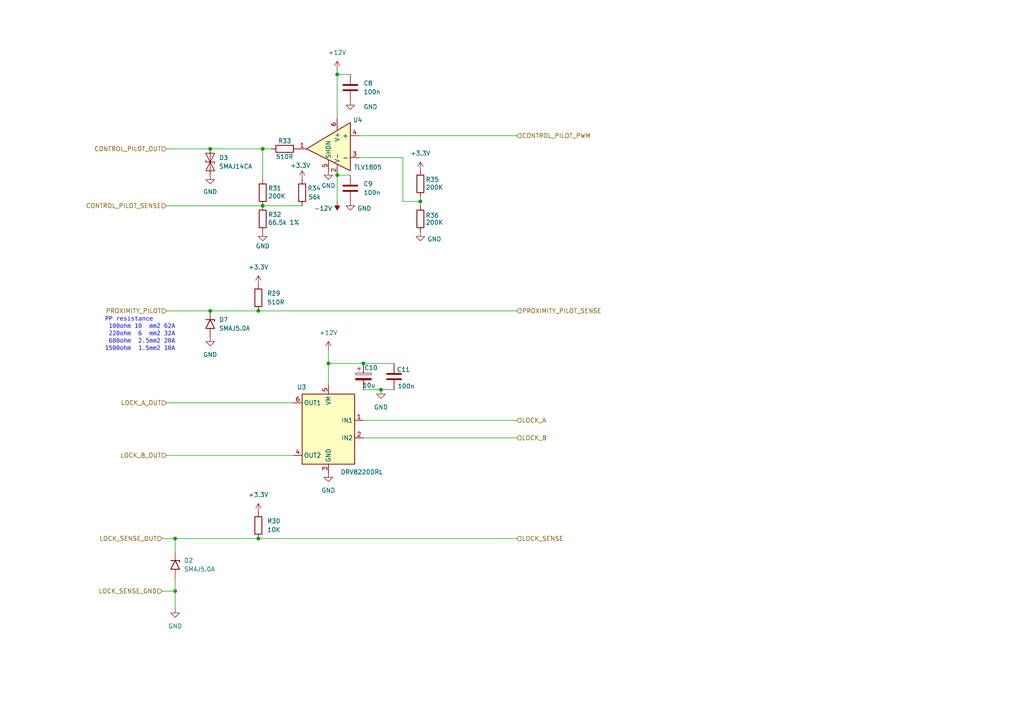
<source format=kicad_sch>
(kicad_sch (version 20231120) (generator "eeschema") (generator_version "8.0")
  (paper "A4")
  (title_block (title "BlueEVSE") (date "2024-07-14") (rev "V2") (company "Blue Dot d.o.o.") (comment 1 "Lovro Oreskovic"))
  (lib_symbols
    (symbol "Device:C" (pin_numbers hide) (pin_names (offset 0.254))
      (property "Reference" "C" (at 0.635 2.54 0))
      (property "Value" "C" (at 0.635 -2.54 0))
      (symbol "C_0_1"
        (polyline (pts (xy -2.032 -0.762) (xy 2.032 -0.762)) (stroke (width 0.508)))
        (polyline (pts (xy -2.032 0.762) (xy 2.032 0.762)) (stroke (width 0.508)))
      )
      (symbol "C_1_1"
        (pin passive line (at 0 3.81 270) (length 2.794) (name "~") (number "1"))
        (pin passive line (at 0 -3.81 90) (length 2.794) (name "~") (number "2"))
      )
    )
    (symbol "Device:C_Polarized" (pin_numbers hide) (pin_names (offset 0.254))
      (property "Reference" "C" (at 0.635 2.54 0))
      (property "Value" "C_Polarized" (at 0.635 -2.54 0))
      (symbol "C_Polarized_0_1"
        (rectangle (start -2.286 0.508) (end 2.286 1.016))
        (polyline (pts (xy -1.778 2.286) (xy -0.762 2.286)))
        (polyline (pts (xy -1.27 2.794) (xy -1.27 1.778)))
        (rectangle (start 2.286 -0.508) (end -2.286 -1.016) (fill (type outline)))
      )
      (symbol "C_Polarized_1_1"
        (pin passive line (at 0 3.81 270) (length 2.794) (name "~") (number "1"))
        (pin passive line (at 0 -3.81 90) (length 2.794) (name "~") (number "2"))
      )
    )
    (symbol "Device:R" (pin_numbers hide) (pin_names (offset 0))
      (property "Reference" "R" (at 2.032 0 90))
      (property "Value" "R" (at 0 0 90))
      (symbol "R_0_1"
        (rectangle (start -1.016 -2.54) (end 1.016 2.54) (stroke (width 0.254)))
      )
      (symbol "R_1_1"
        (pin passive line (at 0 3.81 270) (length 1.27) (name "~") (number "1"))
        (pin passive line (at 0 -3.81 90) (length 1.27) (name "~") (number "2"))
      )
    )
    (symbol "Diode:SMAJ14CA" (pin_numbers hide) (pin_names (offset 1.016) hide)
      (property "Reference" "D" (at 0 2.54 0))
      (property "Value" "SMAJ14CA" (at 0 -2.54 0))
      (symbol "SMAJ14CA_0_1"
        (polyline (pts (xy 1.27 0) (xy -1.27 0)))
        (polyline (pts (xy -2.54 -1.27) (xy 0 0) (xy -2.54 1.27) (xy -2.54 -1.27)) (stroke (width 0.2032)))
        (polyline (pts (xy 0.508 1.27) (xy 0 1.27) (xy 0 -1.27) (xy -0.508 -1.27)) (stroke (width 0.2032)))
        (polyline (pts (xy 2.54 1.27) (xy 2.54 -1.27) (xy 0 0) (xy 2.54 1.27)) (stroke (width 0.2032)))
      )
      (symbol "SMAJ14CA_1_1"
        (pin passive line (at -3.81 0 0) (length 2.54) (name "A1") (number "1"))
        (pin passive line (at 3.81 0 180) (length 2.54) (name "A2") (number "2"))
      )
    )
    (symbol "Diode:SMAJ5.0A" (pin_numbers hide) (pin_names (offset 1.016) hide)
      (property "Reference" "D" (at 0 2.54 0))
      (property "Value" "SMAJ5.0A" (at 0 -2.54 0))
      (symbol "SMAJ5.0A_0_1"
        (polyline (pts (xy -0.762 1.27) (xy -1.27 1.27) (xy -1.27 -1.27)) (stroke (width 0.254)))
        (polyline (pts (xy 1.27 1.27) (xy 1.27 -1.27) (xy -1.27 0) (xy 1.27 1.27)) (stroke (width 0.254)))
      )
      (symbol "SMAJ5.0A_1_1"
        (pin passive line (at -3.81 0 0) (length 2.54) (name "A1") (number "1"))
        (pin passive line (at 3.81 0 180) (length 2.54) (name "A2") (number "2"))
      )
    )
    (symbol "multi_new:DRV8220DRL"
      (property "Reference" "U" (at -8.89 12.7 0))
      (property "Value" "DRV8220DRL" (at 7.62 -12.7 0))
      (symbol "DRV8220DRL_0_1"
        (rectangle (start -7.62 10.16) (end 7.62 -10.16) (stroke (width 0.254)) (fill (type background)))
      )
      (symbol "DRV8220DRL_1_1"
        (pin input line (at -10.16 2.54 0) (length 2.54) (name "IN1") (number "1"))
        (pin input line (at -10.16 -2.54 0) (length 2.54) (name "IN2") (number "2"))
        (pin power_in line (at 0 -12.7 90) (length 2.54) (name "GND") (number "3"))
        (pin output line (at 10.16 -7.62 180) (length 2.54) (name "OUT2") (number "4"))
        (pin power_in line (at 0 12.7 270) (length 2.54) (name "VM") (number "5"))
        (pin output line (at 10.16 7.62 180) (length 2.54) (name "OUT1") (number "6"))
      )
    )
    (symbol "multi_new:TLV1805"
      (property "Reference" "U" (at 7.62 3.81 0))
      (property "Value" "TLV1805" (at 12.7 -3.81 0))
      (symbol "TLV1805_0_1"
        (polyline (pts (xy -3.81 7.62) (xy -3.81 -6.35) (xy 8.89 0) (xy -3.81 7.62)) (stroke (width 0.254)) (fill (type background)))
      )
      (symbol "TLV1805_1_1"
        (pin output line (at 11.43 0 180) (length 2.54) (name "~") (number "1"))
        (pin power_in line (at 0 -7.62 90) (length 3) (name "V-") (number "2"))
        (pin input line (at -6.35 -2.54 0) (length 2.54) (name "-") (number "3"))
        (pin input line (at -6.35 3.81 0) (length 2.54) (name "+") (number "4"))
        (pin input line (at 2.54 -6.35 90) (length 3) (name "SHDN") (number "5"))
        (pin power_in line (at 0 8.89 270) (length 3.5) (name "V+") (number "6"))
      )
    )
    (symbol "power:+12V" (power) (pin_numbers hide) (pin_names (offset 0) hide)
      (property "Value" "+12V" (at 0 3.556 0))
      (symbol "+12V_0_1"
        (polyline (pts (xy -0.762 1.27) (xy 0 2.54)))
        (polyline (pts (xy 0 0) (xy 0 2.54)))
        (polyline (pts (xy 0 2.54) (xy 0.762 1.27)))
      )
      (symbol "+12V_1_1"
        (pin power_in line (at 0 0 90) (length 0) (name "~") (number "1"))
      )
    )
    (symbol "power:+3.3V" (power) (pin_numbers hide) (pin_names (offset 0) hide)
      (property "Value" "+3.3V" (at 0 3.556 0))
      (symbol "+3.3V_0_1"
        (polyline (pts (xy -0.762 1.27) (xy 0 2.54)))
        (polyline (pts (xy 0 0) (xy 0 2.54)))
        (polyline (pts (xy 0 2.54) (xy 0.762 1.27)))
      )
      (symbol "+3.3V_1_1"
        (pin power_in line (at 0 0 90) (length 0) (name "~") (number "1"))
      )
    )
    (symbol "power:-12V" (power) (pin_numbers hide) (pin_names (offset 0) hide)
      (property "Value" "-12V" (at 0 3.556 0))
      (symbol "-12V_0_0"
        (pin power_in line (at 0 0 90) (length 0) (name "~") (number "1"))
      )
      (symbol "-12V_0_1"
        (polyline (pts (xy 0 0) (xy 0 1.27) (xy 0.762 1.27) (xy 0 2.54) (xy -0.762 1.27) (xy 0 1.27)) (fill (type outline)))
      )
    )
    (symbol "power:GND" (power) (pin_numbers hide) (pin_names (offset 0) hide)
      (property "Value" "GND" (at 0 -3.81 0))
      (symbol "GND_0_1"
        (polyline (pts (xy 0 0) (xy 0 -1.27) (xy 1.27 -1.27) (xy 0 -2.54) (xy -1.27 -1.27) (xy 0 -1.27)))
      )
      (symbol "GND_1_1"
        (pin power_in line (at 0 0 270) (length 0) (name "~") (number "1"))
      )
    )
  )
  (junction (at 50.8 156.21))
  (junction (at 76.2 59.69))
  (junction (at 110.49 113.03))
  (junction (at 121.92 58.42))
  (junction (at 74.93 156.21))
  (junction (at 74.93 90.17))
  (junction (at 76.2 43.18))
  (junction (at 60.96 90.17))
  (junction (at 50.8 171.45))
  (junction (at 97.79 21.59))
  (junction (at 97.79 50.8))
  (junction (at 95.25 105.41))
  (junction (at 60.96 43.18))
  (junction (at 105.41 105.41))
  (wire (pts (xy 121.92 58.42) (xy 121.92 57.15)))
  (wire (pts (xy 95.25 105.41) (xy 105.41 105.41)))
  (wire (pts (xy 46.99 171.45) (xy 50.8 171.45)))
  (wire (pts (xy 50.8 171.45) (xy 50.8 176.53)))
  (wire (pts (xy 116.84 58.42) (xy 121.92 58.42)))
  (wire (pts (xy 48.26 43.18) (xy 60.96 43.18)))
  (wire (pts (xy 50.8 156.21) (xy 74.93 156.21)))
  (wire (pts (xy 149.86 121.92) (xy 105.41 121.92)))
  (wire (pts (xy 121.92 58.42) (xy 121.92 59.69)))
  (wire (pts (xy 97.79 21.59) (xy 97.79 34.29)))
  (wire (pts (xy 149.86 39.37) (xy 104.14 39.37)))
  (wire (pts (xy 101.6 50.8) (xy 97.79 50.8)))
  (wire (pts (xy 46.99 156.21) (xy 50.8 156.21)))
  (wire (pts (xy 101.6 21.59) (xy 97.79 21.59)))
  (wire (pts (xy 116.84 58.42) (xy 116.84 45.72)))
  (wire (pts (xy 105.41 113.03) (xy 110.49 113.03)))
  (wire (pts (xy 50.8 156.21) (xy 50.8 160.02)))
  (wire (pts (xy 78.74 43.18) (xy 76.2 43.18)))
  (wire (pts (xy 105.41 105.41) (xy 114.3 105.41)))
  (wire (pts (xy 50.8 167.64) (xy 50.8 171.45)))
  (wire (pts (xy 97.79 50.8) (xy 97.79 58.42)))
  (wire (pts (xy 74.93 156.21) (xy 149.86 156.21)))
  (wire (pts (xy 95.25 101.6) (xy 95.25 105.41)))
  (wire (pts (xy 48.26 116.84) (xy 85.09 116.84)))
  (wire (pts (xy 60.96 90.17) (xy 74.93 90.17)))
  (wire (pts (xy 87.63 59.69) (xy 76.2 59.69)))
  (wire (pts (xy 48.26 90.17) (xy 60.96 90.17)))
  (wire (pts (xy 76.2 43.18) (xy 76.2 52.07)))
  (wire (pts (xy 149.86 127) (xy 105.41 127)))
  (wire (pts (xy 74.93 90.17) (xy 149.86 90.17)))
  (wire (pts (xy 48.26 132.08) (xy 85.09 132.08)))
  (wire (pts (xy 116.84 45.72) (xy 104.14 45.72)))
  (wire (pts (xy 95.25 105.41) (xy 95.25 111.76)))
  (wire (pts (xy 48.26 59.69) (xy 76.2 59.69)))
  (wire (pts (xy 97.79 20.32) (xy 97.79 21.59)))
  (wire (pts (xy 110.49 113.03) (xy 114.3 113.03)))
  (wire (pts (xy 60.96 43.18) (xy 76.2 43.18)))
  (text "PP resistance \n 100ohm 10  mm2 62A\n 220ohm  6  mm2 32A\n 680ohm  2.5mm2 20A\n1500ohm  1.5mm2 10A\n" (at 30.48 97.282 0) (effects (font (size 1.27 1.27)) (justify left)))
  (hierarchical_label "LOCK_SENSE_OUT" (shape input) (at 46.99 156.21 180))
  (hierarchical_label "CONTROL_PILOT_OUT" (shape input) (at 48.26 43.18 180))
  (hierarchical_label "PROXIMITY_PILOT" (shape input) (at 48.26 90.17 180))
  (hierarchical_label "CONTROL_PILOT_PWM" (shape input) (at 149.86 39.37 0))
  (hierarchical_label "LOCK_B_OUT" (shape input) (at 48.26 132.08 180))
  (hierarchical_label "LOCK_A" (shape input) (at 149.86 121.92 0))
  (hierarchical_label "LOCK_SENSE" (shape input) (at 149.86 156.21 0))
  (hierarchical_label "LOCK_SENSE_GND" (shape input) (at 46.99 171.45 180))
  (hierarchical_label "CONTROL_PILOT_SENSE" (shape input) (at 48.26 59.69 180))
  (hierarchical_label "PROXIMITY_PILOT_SENSE" (shape input) (at 149.86 90.17 0))
  (hierarchical_label "LOCK_B" (shape input) (at 149.86 127 0))
  (hierarchical_label "LOCK_A_OUT" (shape input) (at 48.26 116.84 180))
  (symbol (lib_id "multi_new:DRV8220DRL") (at 95.25 124.46 0) (mirror y) (unit 1)
    (property "Reference" "U3" (at 86.106 112.268 0) (effects (justify right)))
    (property "Value" "DRV8220DRL" (at 98.806 136.906 0) (effects (justify right)))
    (property "Footprint" "Package_TO_SOT_SMD:SOT-563" (effects (hide yes)))
    (property "Description" "DRV8220 18-V H-Bridge Motor Driver with PWM, PH/EN, and Half-Bridge Control Interfaces" (effects (hide yes)))
    (property "LCSC" "C3681351" (effects (hide yes)))
  )
  (symbol (lib_id "power:GND") (at 101.6 29.21 0) (unit 1)
    (property "Reference" "#PWR046" (effects (hide yes)))
    (property "Value" "GND" (at 107.442 30.988 0))
    (property "Description" "Power symbol creates a global label with name \"GND\" , ground" (effects (hide yes)))
  )
  (symbol (lib_id "power:GND") (at 121.92 67.31 0) (unit 1)
    (property "Reference" "#PWR050" (effects (hide yes)))
    (property "Value" "GND" (at 125.984 69.342 0))
    (property "Description" "Power symbol creates a global label with name \"GND\" , ground" (effects (hide yes)))
  )
  (symbol (lib_id "power:+12V") (at 95.25 101.6 0) (unit 1)
    (property "Reference" "#PWR042" (effects (hide yes)))
    (property "Value" "+12V" (at 95.25 96.52 0))
    (property "Description" "Power symbol creates a global label with name \"+12V\"" (effects (hide yes)))
  )
  (symbol (lib_id "Device:R") (at 74.93 152.4 0) (unit 1)
    (property "Reference" "R30" (at 77.47 151.1299 0) (effects (justify left)))
    (property "Value" "10K" (at 77.47 153.6699 0) (effects (justify left)))
    (property "Footprint" "Resistor_SMD:R_0603_1608Metric" (effects (hide yes)))
    (property "Description" "Resistor" (effects (hide yes)))
    (property "LCSC" "C25804" (effects (hide yes)))
  )
  (symbol (lib_id "power:GND") (at 110.49 113.03 0) (unit 1)
    (property "Reference" "#PWR048" (effects (hide yes)))
    (property "Value" "GND" (at 110.49 118.11 0))
    (property "Description" "Power symbol creates a global label with name \"GND\" , ground" (effects (hide yes)))
  )
  (symbol (lib_id "Device:R") (at 87.63 55.88 180) (unit 1)
    (property "Reference" "R34" (at 89.154 54.61 0) (effects (justify right)))
    (property "Value" "56k" (at 89.408 57.15 0) (effects (justify right)))
    (property "Footprint" "Resistor_SMD:R_0603_1608Metric" (effects (hide yes)))
    (property "Description" "Resistor" (effects (hide yes)))
    (property "LCSC" "C5250755" (effects (hide yes)))
  )
  (symbol (lib_id "power:-12V") (at 97.79 58.42 180) (unit 1)
    (property "Reference" "#PWR045" (effects (hide yes)))
    (property "Value" "-12V" (at 93.726 60.452 0))
    (property "Description" "Power symbol creates a global label with name \"-12V\"" (effects (hide yes)))
  )
  (symbol (lib_id "Device:R") (at 82.55 43.18 90) (unit 1)
    (property "Reference" "R33" (at 82.55 40.894 90))
    (property "Value" "510R" (at 82.55 45.466 90))
    (property "Footprint" "Resistor_SMD:R_0603_1608Metric" (effects (hide yes)))
    (property "Description" "Resistor" (effects (hide yes)))
    (property "LCSC" "C23193" (effects (hide yes)))
  )
  (symbol (lib_id "Diode:SMAJ14CA") (at 60.96 46.99 90) (unit 1)
    (property "Reference" "D3" (at 63.5 45.7199 90) (effects (justify right)))
    (property "Value" "SMAJ14CA" (at 63.5 48.2599 90) (effects (justify right)))
    (property "Footprint" "Diode_SMD:D_SMA" (effects (hide yes)))
    (property "Datasheet" "https://www.littelfuse.com/media?resourcetype=datasheets&itemid=75e32973-b177-4ee3-a0ff-cedaf1abdb93&filename=smaj-datasheet" (effects (hide yes)))
    (property "Description" "400W bidirectional Transient Voltage Suppressor, 14.0Vr, SMA(DO-214AC)" (effects (hide yes)))
    (property "LCSC" "C908820" (effects (hide yes)))
  )
  (symbol (lib_id "power:+3.3V") (at 121.92 49.53 0) (unit 1)
    (property "Reference" "#PWR049" (effects (hide yes)))
    (property "Value" "+3.3V" (at 121.92 44.45 0))
    (property "Description" "Power symbol creates a global label with name \"+3.3V\"" (effects (hide yes)))
  )
  (symbol (lib_id "multi_new:TLV1805") (at 97.79 43.18 0) (mirror y) (unit 1)
    (property "Reference" "U4" (at 102.362 34.798 0) (effects (justify right)))
    (property "Value" "TLV1805" (at 102.616 48.514 0) (effects (justify right)))
    (property "Footprint" "multi_new:SOT-23-6_L2.9-W1.6-P0.95-LS2.8-BR" (effects (hide yes)))
    (property "Description" "High voltage comparator with push-pull output and shutdown" (effects (hide yes)))
    (property "LCSC" "C2862164" (effects (hide yes)))
  )
  (symbol (lib_id "power:GND") (at 95.25 49.53 0) (unit 1)
    (property "Reference" "#PWR041" (effects (hide yes)))
    (property "Value" "GND" (at 95.25 53.848 0))
    (property "Description" "Power symbol creates a global label with name \"GND\" , ground" (effects (hide yes)))
  )
  (symbol (lib_id "power:GND") (at 76.2 67.31 0) (unit 1)
    (property "Reference" "#PWR039" (effects (hide yes)))
    (property "Value" "GND" (at 76.2 71.374 0))
    (property "Description" "Power symbol creates a global label with name \"GND\" , ground" (effects (hide yes)))
  )
  (symbol (lib_id "power:GND") (at 101.6 58.42 0) (unit 1)
    (property "Reference" "#PWR047" (effects (hide yes)))
    (property "Value" "GND" (at 105.664 60.452 0))
    (property "Description" "Power symbol creates a global label with name \"GND\" , ground" (effects (hide yes)))
  )
  (symbol (lib_id "Device:C_Polarized") (at 105.41 109.22 0) (unit 1)
    (property "Reference" "C10" (at 105.664 106.68 0) (effects (justify left)))
    (property "Value" "10u" (at 105.156 111.76 0) (effects (justify left)))
    (property "Footprint" "Capacitor_SMD:CP_Elec_4x5.4" (effects (hide yes)))
    (property "Description" "Polarized capacitor" (effects (hide yes)))
    (property "LCSC" "C72485" (effects (hide yes)))
  )
  (symbol (lib_id "power:+3.3V") (at 74.93 148.59 0) (unit 1)
    (property "Reference" "#PWR038" (effects (hide yes)))
    (property "Value" "+3.3V" (at 74.93 143.51 0))
    (property "Description" "Power symbol creates a global label with name \"+3.3V\"" (effects (hide yes)))
  )
  (symbol (lib_id "power:+12V") (at 97.79 20.32 0) (unit 1)
    (property "Reference" "#PWR044" (effects (hide yes)))
    (property "Value" "+12V" (at 97.79 15.24 0))
    (property "Description" "Power symbol creates a global label with name \"+12V\"" (effects (hide yes)))
  )
  (symbol (lib_id "power:GND") (at 95.25 137.16 0) (unit 1)
    (property "Reference" "#PWR043" (effects (hide yes)))
    (property "Value" "GND" (at 95.25 142.24 0))
    (property "Description" "Power symbol creates a global label with name \"GND\" , ground" (effects (hide yes)))
  )
  (symbol (lib_id "Diode:SMAJ5.0A") (at 50.8 163.83 270) (unit 1)
    (property "Reference" "D2" (at 53.34 162.5599 90) (effects (justify left)))
    (property "Value" "SMAJ5.0A" (at 53.34 165.0999 90) (effects (justify left)))
    (property "Footprint" "Diode_SMD:D_SMA" (effects (hide yes)))
    (property "Datasheet" "https://www.littelfuse.com/media?resourcetype=datasheets&itemid=75e32973-b177-4ee3-a0ff-cedaf1abdb93&filename=smaj-datasheet" (effects (hide yes)))
    (property "Description" "400W unidirectional Transient Voltage Suppressor, 5.0Vr, SMA(DO-214AC)" (effects (hide yes)))
    (property "LCSC" "C7473307" (effects (hide yes)))
  )
  (symbol (lib_id "Device:R") (at 121.92 53.34 0) (unit 1)
    (property "Reference" "R35" (at 123.444 52.07 0) (effects (justify left)))
    (property "Value" "200K" (at 123.444 54.356 0) (effects (justify left)))
    (property "Footprint" "Resistor_SMD:R_0603_1608Metric" (effects (hide yes)))
    (property "Description" "Resistor" (effects (hide yes)))
    (property "LCSC" "C2989567" (effects (hide yes)))
  )
  (symbol (lib_id "power:GND") (at 60.96 97.79 0) (unit 1)
    (property "Reference" "#PWR063" (effects (hide yes)))
    (property "Value" "GND" (at 60.96 102.87 0))
    (property "Description" "Power symbol creates a global label with name \"GND\" , ground" (effects (hide yes)))
  )
  (symbol (lib_id "Device:R") (at 76.2 63.5 180) (unit 1)
    (property "Reference" "R32" (at 77.724 62.23 0) (effects (justify right)))
    (property "Value" "66.5k 1%" (at 77.724 64.516 0) (effects (justify right)))
    (property "Footprint" "Resistor_SMD:R_0603_1608Metric" (effects (hide yes)))
    (property "Description" "Resistor" (effects (hide yes)))
    (property "LCSC" "C861515" (effects (hide yes)))
  )
  (symbol (lib_id "power:+3.3V") (at 74.93 82.55 0) (unit 1)
    (property "Reference" "#PWR037" (effects (hide yes)))
    (property "Value" "+3.3V" (at 74.93 77.47 0))
    (property "Description" "Power symbol creates a global label with name \"+3.3V\"" (effects (hide yes)))
  )
  (symbol (lib_id "Device:R") (at 121.92 63.5 0) (unit 1)
    (property "Reference" "R36" (at 123.444 62.484 0) (effects (justify left)))
    (property "Value" "200K" (at 123.444 64.516 0) (effects (justify left)))
    (property "Footprint" "Resistor_SMD:R_0603_1608Metric" (effects (hide yes)))
    (property "Description" "Resistor" (effects (hide yes)))
    (property "LCSC" "C2989567" (effects (hide yes)))
  )
  (symbol (lib_id "power:+3.3V") (at 87.63 52.07 0) (unit 1)
    (property "Reference" "#PWR040" (effects (hide yes)))
    (property "Value" "+3.3V" (at 87.122 48.006 0))
    (property "Description" "Power symbol creates a global label with name \"+3.3V\"" (effects (hide yes)))
  )
  (symbol (lib_id "power:GND") (at 60.96 50.8 0) (unit 1)
    (property "Reference" "#PWR036" (effects (hide yes)))
    (property "Value" "GND" (at 60.96 55.626 0))
    (property "Description" "Power symbol creates a global label with name \"GND\" , ground" (effects (hide yes)))
  )
  (symbol (lib_id "Device:C") (at 101.6 54.61 0) (unit 1)
    (property "Reference" "C9" (at 105.41 53.3399 0) (effects (justify left)))
    (property "Value" "100n" (at 105.41 55.8799 0) (effects (justify left)))
    (property "Footprint" "Capacitor_SMD:C_0805_2012Metric" (effects (hide yes)))
    (property "Description" "Unpolarized capacitor" (effects (hide yes)))
    (property "LCSC" "C327162" (effects (hide yes)))
  )
  (symbol (lib_id "Device:C") (at 101.6 25.4 0) (unit 1)
    (property "Reference" "C8" (at 105.41 24.1299 0) (effects (justify left)))
    (property "Value" "100n" (at 105.41 26.6699 0) (effects (justify left)))
    (property "Footprint" "Capacitor_SMD:C_0805_2012Metric" (effects (hide yes)))
    (property "Description" "Unpolarized capacitor" (effects (hide yes)))
    (property "LCSC" "C327162" (effects (hide yes)))
  )
  (symbol (lib_id "Device:R") (at 74.93 86.36 0) (unit 1)
    (property "Reference" "R29" (at 77.47 85.0899 0) (effects (justify left)))
    (property "Value" "510R" (at 77.47 87.6299 0) (effects (justify left)))
    (property "Footprint" "Resistor_SMD:R_0603_1608Metric" (effects (hide yes)))
    (property "Description" "Resistor" (effects (hide yes)))
    (property "LCSC" "C23193" (effects (hide yes)))
  )
  (symbol (lib_id "Diode:SMAJ5.0A") (at 60.96 93.98 270) (unit 1)
    (property "Reference" "D7" (at 63.5 92.7099 90) (effects (justify left)))
    (property "Value" "SMAJ5.0A" (at 63.5 95.2499 90) (effects (justify left)))
    (property "Footprint" "Diode_SMD:D_SMA" (effects (hide yes)))
    (property "Datasheet" "https://www.littelfuse.com/media?resourcetype=datasheets&itemid=75e32973-b177-4ee3-a0ff-cedaf1abdb93&filename=smaj-datasheet" (effects (hide yes)))
    (property "Description" "400W unidirectional Transient Voltage Suppressor, 5.0Vr, SMA(DO-214AC)" (effects (hide yes)))
    (property "LCSC" "C7473307" (effects (hide yes)))
  )
  (symbol (lib_id "Device:R") (at 76.2 55.88 180) (unit 1)
    (property "Reference" "R31" (at 77.724 54.61 0) (effects (justify right)))
    (property "Value" "200K" (at 77.724 56.896 0) (effects (justify right)))
    (property "Footprint" "Resistor_SMD:R_0603_1608Metric" (effects (hide yes)))
    (property "Description" "Resistor" (effects (hide yes)))
    (property "LCSC" "C2989567" (effects (hide yes)))
  )
  (symbol (lib_id "Device:C") (at 114.3 109.22 0) (unit 1)
    (property "Reference" "C11" (at 115.062 107.188 0) (effects (justify left)))
    (property "Value" "100n" (at 115.316 112.014 0) (effects (justify left)))
    (property "Footprint" "Capacitor_SMD:C_0805_2012Metric" (effects (hide yes)))
    (property "Description" "Unpolarized capacitor" (effects (hide yes)))
    (property "LCSC" "C327162" (effects (hide yes)))
  )
  (symbol (lib_id "power:GND") (at 50.8 176.53 0) (unit 1)
    (property "Reference" "#PWR035" (effects (hide yes)))
    (property "Value" "GND" (at 50.8 181.61 0))
    (property "Description" "Power symbol creates a global label with name \"GND\" , ground" (effects (hide yes)))
  )
)
</source>
